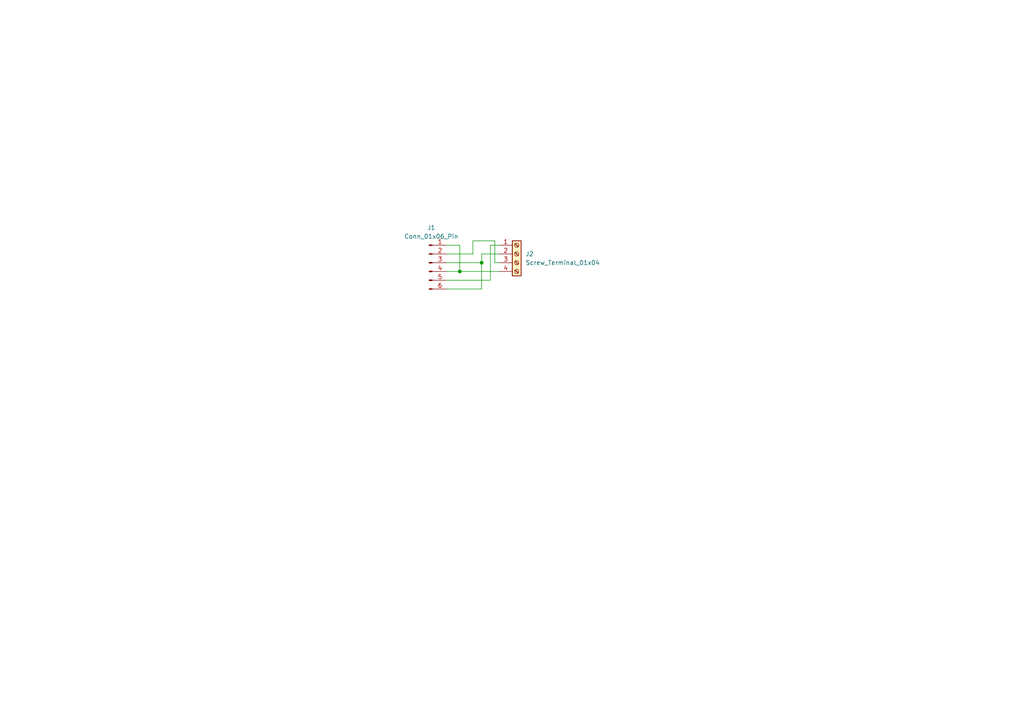
<source format=kicad_sch>
(kicad_sch (version 20250114) (generator "eeschema") (generator_version "9.0")
  (paper "A4")
  (lib_symbols
    (symbol "Connector:Conn_01x06_Pin" (pin_names (offset 1.016) (hide yes))
      (property "Reference" "J" (at 0 7.62 0))
      (property "Value" "Conn_01x06_Pin" (at 0 -10.16 0))
      (symbol "Conn_01x06_Pin_1_1"
        (rectangle (start 0.8636 5.207) (end 0 4.953) (stroke (width 0.1524)) (fill (type outline)))
        (rectangle (start 0.8636 2.667) (end 0 2.413) (stroke (width 0.1524)) (fill (type outline)))
        (rectangle (start 0.8636 0.127) (end 0 -0.127) (stroke (width 0.1524)) (fill (type outline)))
        (rectangle (start 0.8636 -2.413) (end 0 -2.667) (stroke (width 0.1524)) (fill (type outline)))
        (rectangle (start 0.8636 -4.953) (end 0 -5.207) (stroke (width 0.1524)) (fill (type outline)))
        (rectangle (start 0.8636 -7.493) (end 0 -7.747) (stroke (width 0.1524)) (fill (type outline)))
        (polyline (pts (xy 1.27 5.08) (xy 0.8636 5.08)) (stroke (width 0.1524)))
        (polyline (pts (xy 1.27 2.54) (xy 0.8636 2.54)) (stroke (width 0.1524)))
        (polyline (pts (xy 1.27 0) (xy 0.8636 0)) (stroke (width 0.1524)))
        (polyline (pts (xy 1.27 -2.54) (xy 0.8636 -2.54)) (stroke (width 0.1524)))
        (polyline (pts (xy 1.27 -5.08) (xy 0.8636 -5.08)) (stroke (width 0.1524)))
        (polyline (pts (xy 1.27 -7.62) (xy 0.8636 -7.62)) (stroke (width 0.1524)))
        (pin passive line (at 5.08 5.08 180) (length 3.81) (name "Pin_1") (number "1"))
        (pin passive line (at 5.08 2.54 180) (length 3.81) (name "Pin_2") (number "2"))
        (pin passive line (at 5.08 0 180) (length 3.81) (name "Pin_3") (number "3"))
        (pin passive line (at 5.08 -2.54 180) (length 3.81) (name "Pin_4") (number "4"))
        (pin passive line (at 5.08 -5.08 180) (length 3.81) (name "Pin_5") (number "5"))
        (pin passive line (at 5.08 -7.62 180) (length 3.81) (name "Pin_6") (number "6"))
      )
    )
    (symbol "Connector:Screw_Terminal_01x04" (pin_names (offset 1.016) (hide yes))
      (property "Reference" "J" (at 0 5.08 0))
      (property "Value" "Screw_Terminal_01x04" (at 0 -7.62 0))
      (symbol "Screw_Terminal_01x04_1_1"
        (rectangle (start -1.27 3.81) (end 1.27 -6.35) (stroke (width 0.254)) (fill (type background)))
        (polyline (pts (xy -0.5334 2.8702) (xy 0.3302 2.032)) (stroke (width 0.1524)))
        (polyline (pts (xy -0.5334 0.3302) (xy 0.3302 -0.508)) (stroke (width 0.1524)))
        (polyline (pts (xy -0.5334 -2.2098) (xy 0.3302 -3.048)) (stroke (width 0.1524)))
        (polyline (pts (xy -0.5334 -4.7498) (xy 0.3302 -5.588)) (stroke (width 0.1524)))
        (polyline (pts (xy -0.3556 3.048) (xy 0.508 2.2098)) (stroke (width 0.1524)))
        (polyline (pts (xy -0.3556 0.508) (xy 0.508 -0.3302)) (stroke (width 0.1524)))
        (polyline (pts (xy -0.3556 -2.032) (xy 0.508 -2.8702)) (stroke (width 0.1524)))
        (polyline (pts (xy -0.3556 -4.572) (xy 0.508 -5.4102)) (stroke (width 0.1524)))
        (circle (center 0 2.54) (radius 0.635) (stroke (width 0.1524)))
        (circle (center 0 0) (radius 0.635) (stroke (width 0.1524)))
        (circle (center 0 -2.54) (radius 0.635) (stroke (width 0.1524)))
        (circle (center 0 -5.08) (radius 0.635) (stroke (width 0.1524)))
        (pin passive line (at -5.08 2.54 0) (length 3.81) (name "Pin_1") (number "1"))
        (pin passive line (at -5.08 0 0) (length 3.81) (name "Pin_2") (number "2"))
        (pin passive line (at -5.08 -2.54 0) (length 3.81) (name "Pin_3") (number "3"))
        (pin passive line (at -5.08 -5.08 0) (length 3.81) (name "Pin_4") (number "4"))
      )
    )
  )
  (junction (at 133.35 78.74))
  (junction (at 139.7 76.2))
  (wire (pts (xy 137.16 69.85) (xy 137.16 73.66)))
  (wire (pts (xy 133.35 78.74) (xy 133.35 71.12)))
  (wire (pts (xy 139.7 83.82) (xy 129.54 83.82)))
  (wire (pts (xy 144.78 78.74) (xy 133.35 78.74)))
  (wire (pts (xy 142.24 71.12) (xy 144.78 71.12)))
  (wire (pts (xy 129.54 81.28) (xy 142.24 81.28)))
  (wire (pts (xy 143.51 69.85) (xy 137.16 69.85)))
  (wire (pts (xy 143.51 76.2) (xy 144.78 76.2)))
  (wire (pts (xy 133.35 71.12) (xy 129.54 71.12)))
  (wire (pts (xy 129.54 76.2) (xy 139.7 76.2)))
  (wire (pts (xy 143.51 76.2) (xy 143.51 69.85)))
  (wire (pts (xy 144.78 73.66) (xy 139.7 73.66)))
  (wire (pts (xy 129.54 73.66) (xy 137.16 73.66)))
  (wire (pts (xy 139.7 76.2) (xy 139.7 83.82)))
  (wire (pts (xy 129.54 78.74) (xy 133.35 78.74)))
  (wire (pts (xy 139.7 73.66) (xy 139.7 76.2)))
  (wire (pts (xy 142.24 81.28) (xy 142.24 71.12)))
  (symbol (lib_id "Connector:Screw_Terminal_01x04") (at 149.86 73.66 0) (unit 1)
    (property "Reference" "J2" (at 152.4 73.6599 0) (effects (justify left)))
    (property "Value" "Screw_Terminal_01x04" (at 152.4 76.1999 0) (effects (justify left)))
    (property "Footprint" "TerminalBlock_Phoenix:TerminalBlock_Phoenix_PT-1,5-4-3.5-H_1x04_P3.50mm_Horizontal" (effects (hide yes)))
    (property "Datasheet" "https://www.digikey.com/en/products/detail/phoenix-contact/1984633/768668" (effects (hide yes)))
  )
  (symbol (lib_id "Connector:Conn_01x06_Pin") (at 124.46 76.2 0) (unit 1)
    (property "Reference" "J1" (at 125.095 66.04 0))
    (property "Value" "Conn_01x06_Pin" (at 125.095 68.58 0))
    (property "Footprint" "Connector_JST:JST_PH_B6B-PH-K_1x06_P2.00mm_Vertical" (effects (hide yes)))
    (property "Datasheet" "https://www.digikey.com/en/products/detail/jst-sales-america-inc/B6B-PH-K-S/926615" (effects (hide yes)))
    (property "Description" "Generic connector, single row, 01x06, script generated" (effects (hide yes)))
  )
)
</source>
